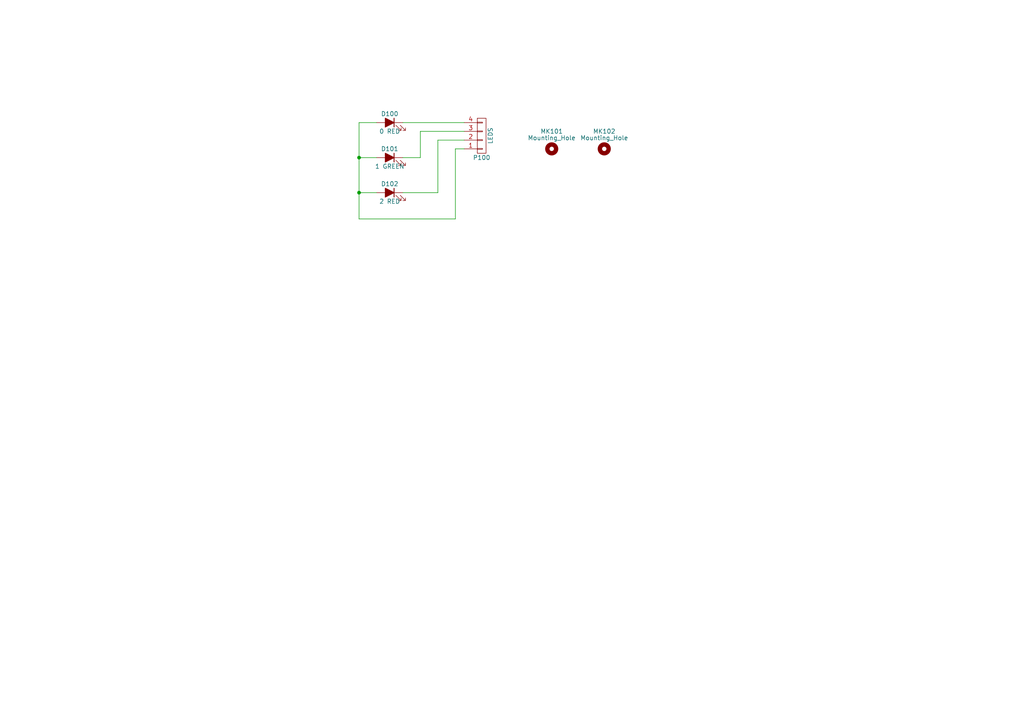
<source format=kicad_sch>
(kicad_sch (version 20211123) (generator eeschema)
  (paper "A4")
  (title_block (title "Pédale Vite v2 — Auxiliary boards") (date "2019-10-22") (company "Laurent DE SORAS") (comment 1 "Licensed under WTFPL v2 / CC0") (comment 4 "LED board"))
  (lib_symbols
    (symbol "Device:LED_ALT" (pin_numbers hide) (pin_names (offset 1.016) hide)
      (property "Reference" "D" (at 0 2.54 0))
      (property "Value" "Device_LED_ALT" (at 0 -2.54 0))
      (symbol "LED_ALT_0_1"
        (polyline (pts (xy -1.27 -1.27) (xy -1.27 1.27)) (stroke (width 0.254)))
        (polyline (pts (xy -1.27 0) (xy 1.27 0)))
        (polyline (pts (xy 1.27 -1.27) (xy 1.27 1.27) (xy -1.27 0) (xy 1.27 -1.27)) (stroke (width 0.254)) (fill (type outline)))
        (polyline (pts (xy -3.048 -0.762) (xy -4.572 -2.286) (xy -3.81 -2.286) (xy -4.572 -2.286) (xy -4.572 -1.524)))
        (polyline (pts (xy -1.778 -0.762) (xy -3.302 -2.286) (xy -2.54 -2.286) (xy -3.302 -2.286) (xy -3.302 -1.524)))
      )
      (symbol "LED_ALT_1_1"
        (pin passive line (at -3.81 0 0) (length 2.54) (name "K") (number "1"))
        (pin passive line (at 3.81 0 180) (length 2.54) (name "A") (number "2"))
      )
    )
    (symbol "conn:CONN_01X04" (pin_names (offset 1.016) hide)
      (property "Reference" "J" (at 0 6.35 0))
      (property "Value" "conn_CONN_01X04" (at 2.54 0 90))
      (symbol "CONN_01X04_0_1"
        (rectangle (start -1.27 -3.683) (end 0.254 -3.937))
        (rectangle (start -1.27 -1.143) (end 0.254 -1.397))
        (rectangle (start -1.27 1.397) (end 0.254 1.143))
        (rectangle (start -1.27 3.937) (end 0.254 3.683))
        (rectangle (start -1.27 5.08) (end 1.27 -5.08))
      )
      (symbol "CONN_01X04_1_1"
        (pin passive line (at -5.08 3.81 0) (length 3.81) (name "P1") (number "1"))
        (pin passive line (at -5.08 1.27 0) (length 3.81) (name "P2") (number "2"))
        (pin passive line (at -5.08 -1.27 0) (length 3.81) (name "P3") (number "3"))
        (pin passive line (at -5.08 -3.81 0) (length 3.81) (name "P4") (number "4"))
      )
    )
    (symbol "misc-boards-rescue:Mounting_Hole" (pin_names (offset 1.016))
      (property "Reference" "MK" (at 0 5.08 0))
      (property "Value" "Mounting_Hole" (at 0 3.175 0))
      (symbol "Mounting_Hole_0_1"
        (circle (center 0 0) (radius 1.27) (stroke (width 1.27)))
      )
    )
  )
  (junction (at 104.14 55.88))
  (junction (at 104.14 45.72))
  (wire (pts (xy 134.62 43.18) (xy 132.08 43.18)))
  (wire (pts (xy 132.08 63.5) (xy 104.14 63.5)))
  (wire (pts (xy 127 40.64) (xy 134.62 40.64)))
  (wire (pts (xy 127 55.88) (xy 127 40.64)))
  (wire (pts (xy 104.14 63.5) (xy 104.14 55.88)))
  (wire (pts (xy 104.14 45.72) (xy 104.14 35.56)))
  (wire (pts (xy 104.14 55.88) (xy 109.22 55.88)))
  (wire (pts (xy 121.92 45.72) (xy 121.92 38.1)))
  (wire (pts (xy 116.84 45.72) (xy 121.92 45.72)))
  (wire (pts (xy 116.84 35.56) (xy 134.62 35.56)))
  (wire (pts (xy 121.92 38.1) (xy 134.62 38.1)))
  (wire (pts (xy 104.14 35.56) (xy 109.22 35.56)))
  (wire (pts (xy 132.08 43.18) (xy 132.08 63.5)))
  (wire (pts (xy 116.84 55.88) (xy 127 55.88)))
  (wire (pts (xy 104.14 55.88) (xy 104.14 45.72)))
  (wire (pts (xy 104.14 45.72) (xy 109.22 45.72)))
  (symbol (lib_id "Device:LED_ALT") (at 113.03 35.56 0) (mirror y) (unit 1)
    (property "Reference" "D100" (at 113.03 33.02 0))
    (property "Value" "0 RED" (at 113.03 38.1 0))
    (property "Footprint" "LEDs:LED_D5.0mm" (effects hide))
  )
  (symbol (lib_id "Device:LED_ALT") (at 113.03 45.72 0) (mirror y) (unit 1)
    (property "Reference" "D101" (at 113.03 43.18 0))
    (property "Value" "1 GREEN" (at 113.03 48.26 0))
    (property "Footprint" "LEDs:LED_D5.0mm" (effects hide))
  )
  (symbol (lib_id "Device:LED_ALT") (at 113.03 55.88 0) (mirror y) (unit 1)
    (property "Reference" "D102" (at 113.03 53.34 0))
    (property "Value" "2 RED" (at 113.03 58.42 0))
    (property "Footprint" "LEDs:LED_D5.0mm" (effects hide))
  )
  (symbol (lib_id "conn:CONN_01X04") (at 139.7 39.37 0) (mirror x) (unit 1)
    (property "Reference" "P100" (at 139.7 45.72 0))
    (property "Value" "LEDS" (at 142.24 39.37 90))
    (property "Footprint" "Sockets_MOLEX_KK-System:Socket_MOLEX-KK-RM2-54mm_Lock_4pin_straight" (effects hide))
  )
  (symbol (lib_id "misc-boards-rescue:Mounting_Hole") (at 160.02 43.18 0)
    (property "Reference" "MK101" (at 160.02 38.1 0))
    (property "Value" "Mounting_Hole" (at 160.02 40.005 0))
    (property "Footprint" "Mounting_Holes:MountingHole_3.2mm_M3" (effects hide))
  )
  (symbol (lib_id "misc-boards-rescue:Mounting_Hole") (at 175.26 43.18 0)
    (property "Reference" "MK102" (at 175.26 38.1 0))
    (property "Value" "Mounting_Hole" (at 175.26 40.005 0))
    (property "Footprint" "Mounting_Holes:MountingHole_3.2mm_M3" (effects hide))
  )
)
</source>
